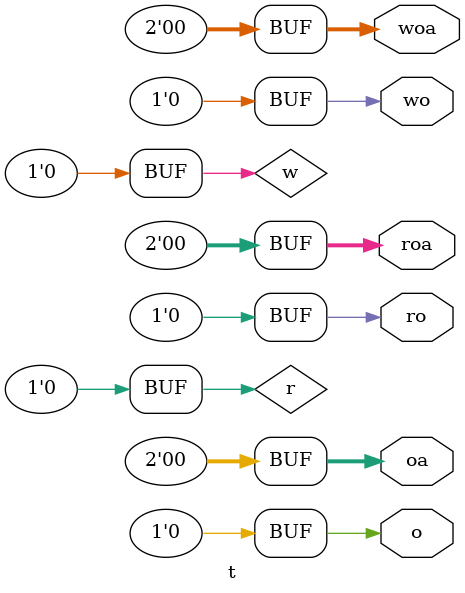
<source format=v>

module t (
   output o,
   output [1:0] oa,
   output reg ro,
   output reg [1:0] roa,
   output wire wo,
   output wire [1:0] woa
   //1800 only:
   //output var vo;
   //output var [1:0] voa;
   );

   wire w;
   reg  r;

   initial begin
      // Error
      w = 0;
      o = 0;
      oa = 0;
      wo = 0;
      woa = 0;
      // Not an error
      r = 0;
      ro = 0;
      roa = 0;
      //vo = 0;
      //voa = 0;
   end

endmodule

</source>
